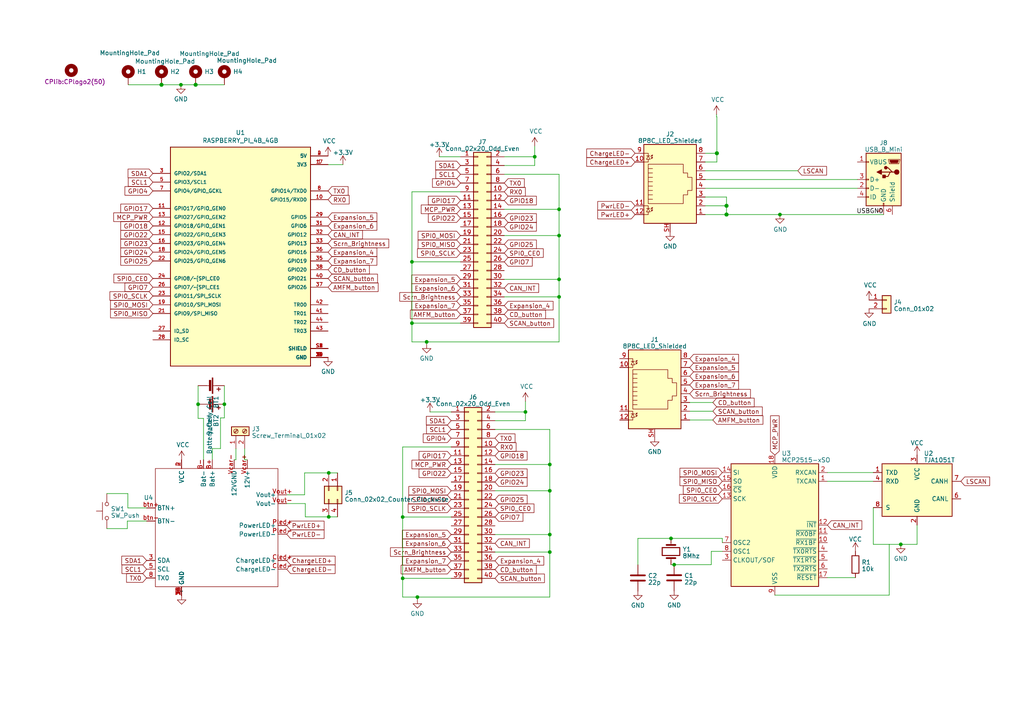
<source format=kicad_sch>
(kicad_sch (version 20230121) (generator eeschema)
  (paper "A4")
  (lib_symbols
    (symbol "Connector:8P8C_LED_Shielded" (pin_names (offset 1.016))
      (property "Reference" "J" (at -5.08 13.97 0))
      (property "Value" "8P8C_LED_Shielded" (at 1.27 13.97 0))
      (symbol "8P8C_LED_Shielded_1_1"
        (pin passive line (at 10.16 -7.62 180) (length 2.54) (name "~") (number "1"))
        (pin passive line (at -10.16 7.62 0) (length 2.54) (name "~") (number "10"))
        (pin passive line (at -10.16 -5.08 0) (length 2.54) (name "~") (number "11"))
        (pin passive line (at -10.16 -7.62 0) (length 2.54) (name "~") (number "12"))
        (pin passive line (at 10.16 -5.08 180) (length 2.54) (name "~") (number "2"))
        (pin passive line (at 10.16 -2.54 180) (length 2.54) (name "~") (number "3"))
        (pin passive line (at 10.16 0 180) (length 2.54) (name "~") (number "4"))
        (pin passive line (at 10.16 2.54 180) (length 2.54) (name "~") (number "5"))
        (pin passive line (at 10.16 5.08 180) (length 2.54) (name "~") (number "6"))
        (pin passive line (at 10.16 7.62 180) (length 2.54) (name "~") (number "7"))
        (pin passive line (at 10.16 10.16 180) (length 2.54) (name "~") (number "8"))
        (pin passive line (at -10.16 10.16 0) (length 2.54) (name "~") (number "9"))
        (pin passive line (at 0 -12.7 90) (length 2.54) (name "~") (number "SH"))
      )
    )
    (symbol "Connector:Screw_Terminal_01x02" (pin_names (offset 1.016) hide)
      (property "Reference" "J" (at 0 2.54 0))
      (property "Value" "Screw_Terminal_01x02" (at 0 -5.08 0))
      (symbol "Screw_Terminal_01x02_1_1"
        (pin passive line (at -5.08 0 0) (length 3.81) (name "Pin_1") (number "1"))
        (pin passive line (at -5.08 -2.54 0) (length 3.81) (name "Pin_2") (number "2"))
      )
    )
    (symbol "Connector:USB_B_Mini" (pin_names (offset 1.016))
      (property "Reference" "J" (at -5.08 11.43 0))
      (property "Value" "USB_B_Mini" (at -5.08 8.89 0))
      (symbol "USB_B_Mini_1_1"
        (pin power_out line (at 7.62 5.08 180) (length 2.54) (name "VBUS") (number "1"))
        (pin bidirectional line (at 7.62 -2.54 180) (length 2.54) (name "D-") (number "2"))
        (pin bidirectional line (at 7.62 0 180) (length 2.54) (name "D+") (number "3"))
        (pin passive line (at 7.62 -5.08 180) (length 2.54) (name "ID") (number "4"))
        (pin power_out line (at 0 -10.16 90) (length 2.54) (name "GND") (number "5"))
        (pin passive line (at -2.54 -10.16 90) (length 2.54) (name "Shield") (number "6"))
      )
    )
    (symbol "Connector_Generic:Conn_01x02" (pin_names (offset 1.016) hide)
      (property "Reference" "J" (at 0 2.54 0))
      (property "Value" "Conn_01x02" (at 0 -5.08 0))
      (symbol "Conn_01x02_1_1"
        (pin passive line (at -5.08 0 0) (length 3.81) (name "Pin_1") (number "1"))
        (pin passive line (at -5.08 -2.54 0) (length 3.81) (name "Pin_2") (number "2"))
      )
    )
    (symbol "Connector_Generic:Conn_02x02_Counter_Clockwise" (pin_names (offset 1.016) hide)
      (property "Reference" "J" (at 1.27 2.54 0))
      (property "Value" "Conn_02x02_Counter_Clockwise" (at 1.27 -5.08 0))
      (symbol "Conn_02x02_Counter_Clockwise_1_1"
        (pin passive line (at -5.08 0 0) (length 3.81) (name "Pin_1") (number "1"))
        (pin passive line (at -5.08 -2.54 0) (length 3.81) (name "Pin_2") (number "2"))
        (pin passive line (at 7.62 -2.54 180) (length 3.81) (name "Pin_3") (number "3"))
        (pin passive line (at 7.62 0 180) (length 3.81) (name "Pin_4") (number "4"))
      )
    )
    (symbol "Connector_Generic:Conn_02x20_Odd_Even" (pin_names (offset 1.016) hide)
      (property "Reference" "J" (at 1.27 25.4 0))
      (property "Value" "Conn_02x20_Odd_Even" (at 1.27 -27.94 0))
      (symbol "Conn_02x20_Odd_Even_1_1"
        (pin passive line (at -5.08 22.86 0) (length 3.81) (name "Pin_1") (number "1"))
        (pin passive line (at 7.62 12.7 180) (length 3.81) (name "Pin_10") (number "10"))
        (pin passive line (at -5.08 10.16 0) (length 3.81) (name "Pin_11") (number "11"))
        (pin passive line (at 7.62 10.16 180) (length 3.81) (name "Pin_12") (number "12"))
        (pin passive line (at -5.08 7.62 0) (length 3.81) (name "Pin_13") (number "13"))
        (pin passive line (at 7.62 7.62 180) (length 3.81) (name "Pin_14") (number "14"))
        (pin passive line (at -5.08 5.08 0) (length 3.81) (name "Pin_15") (number "15"))
        (pin passive line (at 7.62 5.08 180) (length 3.81) (name "Pin_16") (number "16"))
        (pin passive line (at -5.08 2.54 0) (length 3.81) (name "Pin_17") (number "17"))
        (pin passive line (at 7.62 2.54 180) (length 3.81) (name "Pin_18") (number "18"))
        (pin passive line (at -5.08 0 0) (length 3.81) (name "Pin_19") (number "19"))
        (pin passive line (at 7.62 22.86 180) (length 3.81) (name "Pin_2") (number "2"))
        (pin passive line (at 7.62 0 180) (length 3.81) (name "Pin_20") (number "20"))
        (pin passive line (at -5.08 -2.54 0) (length 3.81) (name "Pin_21") (number "21"))
        (pin passive line (at 7.62 -2.54 180) (length 3.81) (name "Pin_22") (number "22"))
        (pin passive line (at -5.08 -5.08 0) (length 3.81) (name "Pin_23") (number "23"))
        (pin passive line (at 7.62 -5.08 180) (length 3.81) (name "Pin_24") (number "24"))
        (pin passive line (at -5.08 -7.62 0) (length 3.81) (name "Pin_25") (number "25"))
        (pin passive line (at 7.62 -7.62 180) (length 3.81) (name "Pin_26") (number "26"))
        (pin passive line (at -5.08 -10.16 0) (length 3.81) (name "Pin_27") (number "27"))
        (pin passive line (at 7.62 -10.16 180) (length 3.81) (name "Pin_28") (number "28"))
        (pin passive line (at -5.08 -12.7 0) (length 3.81) (name "Pin_29") (number "29"))
        (pin passive line (at -5.08 20.32 0) (length 3.81) (name "Pin_3") (number "3"))
        (pin passive line (at 7.62 -12.7 180) (length 3.81) (name "Pin_30") (number "30"))
        (pin passive line (at -5.08 -15.24 0) (length 3.81) (name "Pin_31") (number "31"))
        (pin passive line (at 7.62 -15.24 180) (length 3.81) (name "Pin_32") (number "32"))
        (pin passive line (at -5.08 -17.78 0) (length 3.81) (name "Pin_33") (number "33"))
        (pin passive line (at 7.62 -17.78 180) (length 3.81) (name "Pin_34") (number "34"))
        (pin passive line (at -5.08 -20.32 0) (length 3.81) (name "Pin_35") (number "35"))
        (pin passive line (at 7.62 -20.32 180) (length 3.81) (name "Pin_36") (number "36"))
        (pin passive line (at -5.08 -22.86 0) (length 3.81) (name "Pin_37") (number "37"))
        (pin passive line (at 7.62 -22.86 180) (length 3.81) (name "Pin_38") (number "38"))
        (pin passive line (at -5.08 -25.4 0) (length 3.81) (name "Pin_39") (number "39"))
        (pin passive line (at 7.62 20.32 180) (length 3.81) (name "Pin_4") (number "4"))
        (pin passive line (at 7.62 -25.4 180) (length 3.81) (name "Pin_40") (number "40"))
        (pin passive line (at -5.08 17.78 0) (length 3.81) (name "Pin_5") (number "5"))
        (pin passive line (at 7.62 17.78 180) (length 3.81) (name "Pin_6") (number "6"))
        (pin passive line (at -5.08 15.24 0) (length 3.81) (name "Pin_7") (number "7"))
        (pin passive line (at 7.62 15.24 180) (length 3.81) (name "Pin_8") (number "8"))
        (pin passive line (at -5.08 12.7 0) (length 3.81) (name "Pin_9") (number "9"))
      )
    )
    (symbol "Device:Battery_Cell" (pin_numbers hide) (pin_names (offset 0) hide)
      (property "Reference" "BT" (at 2.54 2.54 0))
      (property "Value" "Battery_Cell" (at 2.54 0 0))
      (symbol "Battery_Cell_1_1"
        (pin passive line (at 0 5.08 270) (length 2.54) (name "+") (number "1"))
        (pin passive line (at 0 -2.54 90) (length 2.54) (name "-") (number "2"))
      )
    )
    (symbol "Device:C" (pin_numbers hide) (pin_names (offset 0.254))
      (property "Reference" "C" (at 0.635 2.54 0))
      (property "Value" "C" (at 0.635 -2.54 0))
      (symbol "C_1_1"
        (pin passive line (at 0 3.81 270) (length 2.794) (name "~") (number "1"))
        (pin passive line (at 0 -3.81 90) (length 2.794) (name "~") (number "2"))
      )
    )
    (symbol "Device:Crystal" (pin_numbers hide) (pin_names (offset 1.016) hide)
      (property "Reference" "Y" (at 0 3.81 0))
      (property "Value" "Crystal" (at 0 -3.81 0))
      (symbol "Crystal_1_1"
        (pin passive line (at -3.81 0 0) (length 1.27) (name "1") (number "1"))
        (pin passive line (at 3.81 0 180) (length 1.27) (name "2") (number "2"))
      )
    )
    (symbol "Device:R" (pin_numbers hide) (pin_names (offset 0))
      (property "Reference" "R" (at 2.032 0 90))
      (property "Value" "R" (at 0 0 90))
      (symbol "R_1_1"
        (pin passive line (at 0 3.81 270) (length 1.27) (name "~") (number "1"))
        (pin passive line (at 0 -3.81 90) (length 1.27) (name "~") (number "2"))
      )
    )
    (symbol "GND_1" (power) (pin_names (offset 0))
      (property "Value" "GND_1" (at 0 -3.81 0))
      (symbol "GND_1_1_1"
        (pin power_in line (at 0 0 270) (length 0) hide (name "GND") (number "1"))
      )
    )
    (symbol "GND_2" (power) (pin_names (offset 0))
      (property "Value" "GND_2" (at 0 -3.81 0))
      (symbol "GND_2_1_1"
        (pin power_in line (at 0 0 270) (length 0) hide (name "GND") (number "1"))
      )
    )
    (symbol "GND_3" (power) (pin_names (offset 0))
      (property "Value" "GND_3" (at 0 -3.81 0))
      (symbol "GND_3_1_1"
        (pin power_in line (at 0 0 270) (length 0) hide (name "GND") (number "1"))
      )
    )
    (symbol "GND_4" (power) (pin_names (offset 0))
      (property "Value" "GND_4" (at 0 -3.81 0))
      (symbol "GND_4_1_1"
        (pin power_in line (at 0 0 270) (length 0) hide (name "GND") (number "1"))
      )
    )
    (symbol "GND_5" (power) (pin_names (offset 0))
      (property "Value" "GND_5" (at 0 -3.81 0))
      (symbol "GND_5_1_1"
        (pin power_in line (at 0 0 270) (length 0) hide (name "GND") (number "1"))
      )
    )
    (symbol "Interface_CAN_LIN:MCP2515-xSO"
      (property "Reference" "U" (at -10.16 19.685 0))
      (property "Value" "MCP2515-xSO" (at 19.05 20.32 0))
      (symbol "MCP2515-xSO_1_1"
        (pin output line (at 15.24 12.7 180) (length 2.54) (name "TXCAN") (number "1"))
        (pin output line (at 15.24 -5.08 180) (length 2.54) (name "~{RX1BF}") (number "10"))
        (pin output line (at 15.24 -2.54 180) (length 2.54) (name "~{RX0BF}") (number "11"))
        (pin output line (at 15.24 0 180) (length 2.54) (name "~{INT}") (number "12"))
        (pin input line (at -15.24 7.62 0) (length 2.54) (name "SCK") (number "13"))
        (pin input line (at -15.24 15.24 0) (length 2.54) (name "SI") (number "14"))
        (pin output line (at -15.24 12.7 0) (length 2.54) (name "SO") (number "15"))
        (pin input line (at -15.24 10.16 0) (length 2.54) (name "~{CS}") (number "16"))
        (pin input line (at 15.24 -15.24 180) (length 2.54) (name "~{RESET}") (number "17"))
        (pin power_in line (at 0 20.32 270) (length 2.54) (name "VDD") (number "18"))
        (pin input line (at 15.24 15.24 180) (length 2.54) (name "RXCAN") (number "2"))
        (pin output line (at -15.24 -10.16 0) (length 2.54) (name "CLKOUT/SOF") (number "3"))
        (pin input line (at 15.24 -7.62 180) (length 2.54) (name "~{TX0RTS}") (number "4"))
        (pin input line (at 15.24 -10.16 180) (length 2.54) (name "~{TX1RTS}") (number "5"))
        (pin input line (at 15.24 -12.7 180) (length 2.54) (name "~{TX2RTS}") (number "6"))
        (pin output line (at -15.24 -5.08 0) (length 2.54) (name "OSC2") (number "7"))
        (pin input line (at -15.24 -7.62 0) (length 2.54) (name "OSC1") (number "8"))
        (pin power_in line (at 0 -20.32 90) (length 2.54) (name "VSS") (number "9"))
      )
    )
    (symbol "Interface_CAN_LIN:TJA1051T" (pin_names (offset 1.016))
      (property "Reference" "U" (at -10.16 8.89 0))
      (property "Value" "TJA1051T" (at 1.27 8.89 0))
      (symbol "TJA1051T_1_1"
        (pin input line (at -12.7 5.08 0) (length 2.54) (name "TXD") (number "1"))
        (pin power_in line (at 0 -10.16 90) (length 2.54) (name "GND") (number "2"))
        (pin power_in line (at 0 10.16 270) (length 2.54) (name "VCC") (number "3"))
        (pin output line (at -12.7 2.54 0) (length 2.54) (name "RXD") (number "4"))
        (pin no_connect line (at -10.16 -2.54 0) (length 2.54) hide (name "NC") (number "5"))
        (pin bidirectional line (at 12.7 -2.54 180) (length 2.54) (name "CANL") (number "6"))
        (pin bidirectional line (at 12.7 2.54 180) (length 2.54) (name "CANH") (number "7"))
        (pin input line (at -12.7 -5.08 0) (length 2.54) (name "S") (number "8"))
      )
    )
    (symbol "Mechanical:MountingHole" (pin_names (offset 1.016))
      (property "Reference" "H" (at 0 5.08 0))
      (property "Value" "MountingHole" (at 0 3.175 0))
    )
    (symbol "Mechanical:MountingHole_Pad" (pin_numbers hide) (pin_names (offset 1.016) hide)
      (property "Reference" "H" (at 0 6.35 0))
      (property "Value" "MountingHole_Pad" (at 0 4.445 0))
      (symbol "MountingHole_Pad_1_1"
        (pin input line (at 0 -2.54 90) (length 2.54) (name "1") (number "1"))
      )
    )
    (symbol "RASPBERRY_PI_4B_4GB:RASPBERRY_PI_4B_4GB" (pin_names (offset 1.016))
      (property "Reference" "U" (at -20.32 33.528 0))
      (property "Value" "RASPBERRY_PI_4B_4GB" (at -20.32 -33.02 0))
      (symbol "RASPBERRY_PI_4B_4GB_0_0"
        (pin power_in line (at 25.4 27.94 180) (length 5.08) (name "3V3") (number "1"))
        (pin bidirectional line (at 25.4 17.78 180) (length 5.08) (name "GPIO15/RXD0") (number "10"))
        (pin bidirectional line (at -25.4 15.24 0) (length 5.08) (name "GPIO17/GPIO_GEN0") (number "11"))
        (pin bidirectional line (at -25.4 10.16 0) (length 5.08) (name "GPIO18/GPIO_GEN1") (number "12"))
        (pin bidirectional line (at -25.4 12.7 0) (length 5.08) (name "GPIO27/GPIO_GEN2") (number "13"))
        (pin power_in line (at 25.4 -27.94 180) (length 5.08) (name "GND") (number "14"))
        (pin bidirectional line (at -25.4 7.62 0) (length 5.08) (name "GPIO22/GPIO_GEN3") (number "15"))
        (pin bidirectional line (at -25.4 5.08 0) (length 5.08) (name "GPIO23/GPIO_GEN4") (number "16"))
        (pin power_in line (at 25.4 27.94 180) (length 5.08) (name "3V3") (number "17"))
        (pin bidirectional line (at -25.4 2.54 0) (length 5.08) (name "GPIO24/GPIO_GEN5") (number "18"))
        (pin bidirectional line (at -25.4 -12.7 0) (length 5.08) (name "GPIO10/SPI_MOSI") (number "19"))
        (pin power_in line (at 25.4 30.48 180) (length 5.08) (name "5V") (number "2"))
        (pin power_in line (at 25.4 -27.94 180) (length 5.08) (name "GND") (number "20"))
        (pin bidirectional line (at -25.4 -15.24 0) (length 5.08) (name "GPIO9/SPI_MISO") (number "21"))
        (pin bidirectional line (at -25.4 0 0) (length 5.08) (name "GPIO25/GPIO_GEN6") (number "22"))
        (pin bidirectional line (at -25.4 -10.16 0) (length 5.08) (name "GPIO11/SPI_SCLK") (number "23"))
        (pin bidirectional line (at -25.4 -5.08 0) (length 5.08) (name "GPIO8/~{SPI_CE0~{}") (number "24"))
        (pin power_in line (at 25.4 -27.94 180) (length 5.08) (name "GND") (number "25"))
        (pin bidirectional line (at -25.4 -7.62 0) (length 5.08) (name "GPIO7/~{SPI_CE1~{}") (number "26"))
        (pin bidirectional line (at -25.4 -20.32 0) (length 5.08) (name "ID_SD") (number "27"))
        (pin bidirectional line (at -25.4 -22.86 0) (length 5.08) (name "ID_SC") (number "28"))
        (pin bidirectional line (at 25.4 12.7 180) (length 5.08) (name "GPIO5") (number "29"))
        (pin bidirectional line (at -25.4 25.4 0) (length 5.08) (name "GPIO2/SDA1") (number "3"))
        (pin power_in line (at 25.4 -27.94 180) (length 5.08) (name "GND") (number "30"))
        (pin bidirectional line (at 25.4 10.16 180) (length 5.08) (name "GPIO6") (number "31"))
        (pin bidirectional line (at 25.4 7.62 180) (length 5.08) (name "GPIO12") (number "32"))
        (pin bidirectional line (at 25.4 5.08 180) (length 5.08) (name "GPIO13") (number "33"))
        (pin power_in line (at 25.4 -27.94 180) (length 5.08) (name "GND") (number "34"))
        (pin bidirectional line (at 25.4 0 180) (length 5.08) (name "GPIO19") (number "35"))
        (pin bidirectional line (at 25.4 2.54 180) (length 5.08) (name "GPIO16") (number "36"))
        (pin bidirectional line (at 25.4 -7.62 180) (length 5.08) (name "GPIO26") (number "37"))
        (pin bidirectional line (at 25.4 -2.54 180) (length 5.08) (name "GPIO20") (number "38"))
        (pin power_in line (at 25.4 -27.94 180) (length 5.08) (name "GND") (number "39"))
        (pin power_in line (at 25.4 30.48 180) (length 5.08) (name "5V") (number "4"))
        (pin bidirectional line (at 25.4 -5.08 180) (length 5.08) (name "GPIO21") (number "40"))
        (pin bidirectional line (at 25.4 -15.24 180) (length 5.08) (name "TR01") (number "41"))
        (pin bidirectional line (at 25.4 -12.7 180) (length 5.08) (name "TR00") (number "42"))
        (pin bidirectional line (at 25.4 -20.32 180) (length 5.08) (name "TR03") (number "43"))
        (pin bidirectional line (at 25.4 -17.78 180) (length 5.08) (name "TR02") (number "44"))
        (pin bidirectional line (at -25.4 22.86 0) (length 5.08) (name "GPIO3/SCL1") (number "5"))
        (pin power_in line (at 25.4 -27.94 180) (length 5.08) (name "GND") (number "6"))
        (pin bidirectional line (at -25.4 20.32 0) (length 5.08) (name "GPIO4/GPIO_GCKL") (number "7"))
        (pin bidirectional line (at 25.4 20.32 180) (length 5.08) (name "GPIO14/TXD0") (number "8"))
        (pin power_in line (at 25.4 -27.94 180) (length 5.08) (name "GND") (number "9"))
        (pin power_in line (at 25.4 -25.4 180) (length 5.08) (name "SHIELD") (number "S1"))
        (pin power_in line (at 25.4 -25.4 180) (length 5.08) (name "SHIELD") (number "S2"))
        (pin power_in line (at 25.4 -25.4 180) (length 5.08) (name "SHIELD") (number "S3"))
        (pin power_in line (at 25.4 -25.4 180) (length 5.08) (name "SHIELD") (number "S4"))
      )
    )
    (symbol "Switch:SW_Push" (pin_numbers hide) (pin_names (offset 1.016) hide)
      (property "Reference" "SW" (at 1.27 2.54 0))
      (property "Value" "SW_Push" (at 0 -1.524 0))
      (symbol "SW_Push_0_1"
        (pin passive line (at -5.08 0 0) (length 2.54) (name "1") (number "1"))
        (pin passive line (at 5.08 0 180) (length 2.54) (name "2") (number "2"))
      )
    )
    (symbol "VCC_1" (power) (pin_names (offset 0))
      (property "Value" "VCC_1" (at 0 3.81 0))
      (symbol "VCC_1_1_1"
        (pin power_in line (at 0 0 90) (length 0) hide (name "VCC") (number "1"))
      )
    )
    (symbol "cpLib:LifePo4"
      (property "Reference" "U4" (at -7.0565 27.0987 0))
      (property "Value" "~" (at 2.54 0 0))
      (symbol "LifePo4_1_1"
        (pin power_in line (at 2.54 -1.27 90) (length 2.54) (name "GND") (number "14"))
        (pin power_in line (at 2.54 38.1 270) (length 2.54) (name "VCC") (number "2"))
        (pin power_in line (at 2.54 -1.27 90) (length 2.54) (name "GND") (number "20"))
        (pin power_in line (at 2.54 -1.27 90) (length 2.54) (name "GND") (number "25"))
        (pin input line (at -7.62 8.89 0) (length 2.54) (name "SDA") (number "3"))
        (pin power_in line (at 2.54 -1.27 90) (length 2.54) (name "GND") (number "30"))
        (pin power_in line (at 2.54 -1.27 90) (length 2.54) (name "GND") (number "34"))
        (pin power_in line (at 2.54 -1.27 90) (length 2.54) (name "GND") (number "39"))
        (pin power_in line (at 2.54 38.1 270) (length 2.54) (name "VCC") (number "4"))
        (pin input line (at -7.62 6.35 0) (length 2.54) (name "SCL") (number "5"))
        (pin power_in line (at 2.54 -1.27 90) (length 2.54) (name "GND") (number "6"))
        (pin input line (at -7.62 3.81 0) (length 2.54) (name "TX0") (number "8"))
        (pin power_in line (at 2.54 -1.27 90) (length 2.54) (name "GND") (number "9"))
        (pin power_in line (at 11.43 38.1 270) (length 2.54) (name "Bat+") (number "B+"))
        (pin power_in line (at 8.89 38.1 270) (length 2.54) (name "Bat-") (number "B-"))
        (pin output line (at 33.02 8.89 180) (length 2.54) (name "ChargeLED+") (number "Cled+"))
        (pin output line (at 33.02 6.35 180) (length 2.54) (name "ChargeLED-") (number "Cled-"))
        (pin output line (at 33.02 19.05 180) (length 2.54) (name "PowerLED+") (number "Pled+"))
        (pin output line (at 33.02 16.51 180) (length 2.54) (name "PowerLED-") (number "Pled-"))
        (pin power_in line (at 21.59 38.1 270) (length 2.54) (name "12V+") (number "Vcar+"))
        (pin power_in line (at 17.78 38.1 270) (length 2.54) (name "12VGND") (number "Vcar-"))
        (pin power_out line (at 33.02 27.94 180) (length 2.54) (name "Vout+") (number "Vout+"))
        (pin power_out line (at 33.02 25.4 180) (length 2.54) (name "Vout-") (number "Vout-"))
        (pin input line (at -7.62 24.13 0) (length 2.54) (name "BTN+") (number "btn+"))
        (pin input line (at -7.62 20.32 0) (length 2.54) (name "BTN-") (number "btn-"))
      )
    )
    (symbol "power:+3.3V" (power) (pin_names (offset 0))
      (property "Value" "+3.3V" (at 0 3.556 0))
      (symbol "+3.3V_1_1"
        (pin power_in line (at 0 0 90) (length 0) hide (name "+3.3V") (number "1"))
      )
    )
    (symbol "power:GND" (power) (pin_names (offset 0))
      (property "Value" "GND" (at 0 -3.81 0))
      (symbol "GND_1_1"
        (pin power_in line (at 0 0 270) (length 0) hide (name "GND") (number "1"))
      )
    )
    (symbol "power:VCC" (power) (pin_names (offset 0))
      (property "Value" "VCC" (at 0 3.81 0))
      (symbol "VCC_1_1"
        (pin power_in line (at 0 0 90) (length 0) hide (name "VCC") (number "1"))
      )
    )
  )
  (junction (at 261.2644 157.8864))
  (junction (at 210.7184 62.23) (diameter 1.016))
  (junction (at 52.4764 24.5872))
  (junction (at 65.0748 117.2464))
  (junction (at 162.1536 86.106))
  (junction (at 159.4612 160.1216))
  (junction (at 210.7184 59.69) (diameter 1.016))
  (junction (at 162.1536 68.326))
  (junction (at 121.0564 173.1772))
  (junction (at 46.8376 24.5872) (diameter 1.016))
  (junction (at 95.3516 137.16))
  (junction (at 162.1536 60.706))
  (junction (at 56.7436 24.5872) (diameter 1.016))
  (junction (at 207.9244 44.45) (diameter 1.016))
  (junction (at 116.7892 149.9616))
  (junction (at 194.6148 156.1592))
  (junction (at 123.7488 99.1616))
  (junction (at 119.4816 93.726))
  (junction (at 159.4612 134.7216))
  (junction (at 159.4612 155.0416))
  (junction (at 116.7892 167.7416))
  (junction (at 226.2124 62.23))
  (junction (at 152.4 119.4816))
  (junction (at 95.3516 149.9108))
  (junction (at 155.0924 45.466))
  (junction (at 119.4816 75.946))
  (junction (at 159.4612 142.3416))
  (junction (at 162.1536 81.026))
  (junction (at 195.5292 163.7792))
  (junction (at 57.4548 117.2464))
  (wire (pts (xy 152.4 122.0216) (xy 152.4 119.4816)))
  (wire (pts (xy 116.7892 167.7416) (xy 116.7892 173.1772)))
  (wire (pts (xy 143.5608 142.3416) (xy 159.4612 142.3416)))
  (wire (pts (xy 146.2532 48.006) (xy 155.0924 48.006)))
  (wire (pts (xy 88.3412 137.16) (xy 95.3516 137.16)))
  (wire (pts (xy 204.5208 52.07) (xy 248.666 52.07)))
  (wire (pts (xy 133.5532 45.466) (xy 127.4064 45.466)))
  (wire (pts (xy 133.5532 55.626) (xy 119.4816 55.626)))
  (wire (pts (xy 146.2532 60.706) (xy 162.1536 60.706)))
  (wire (pts (xy 265.9888 157.8864) (xy 261.2644 157.8864)))
  (wire (pts (xy 162.1536 50.546) (xy 162.1536 60.706)))
  (wire (pts (xy 194.6148 156.1592) (xy 209.4992 156.1592)))
  (wire (pts (xy 70.9676 130.1496) (xy 70.9676 133.35)))
  (wire (pts (xy 239.9792 137.0584) (xy 253.2888 137.0584)))
  (wire (pts (xy 143.5608 134.7216) (xy 159.4612 134.7216)))
  (wire (pts (xy 121.0564 173.1772) (xy 121.0564 173.8376)))
  (wire (pts (xy 116.7892 149.9616) (xy 116.7892 167.7416)))
  (wire (pts (xy 119.4816 93.726) (xy 119.4816 99.1616)))
  (wire (pts (xy 46.8376 24.5872) (xy 52.4764 24.5872)))
  (wire (pts (xy 146.2532 81.026) (xy 162.1536 81.026)))
  (wire (pts (xy 37.084 147.32) (xy 42.5196 147.32)))
  (wire (pts (xy 61.5696 130.0988) (xy 63.9572 130.0988)))
  (wire (pts (xy 67.9196 133.35) (xy 68.4276 133.35)))
  (wire (pts (xy 95.3516 149.9108) (xy 88.5444 149.9108)))
  (wire (pts (xy 143.5608 124.5616) (xy 159.4612 124.5616)))
  (wire (pts (xy 204.5208 54.61) (xy 248.666 54.61)))
  (wire (pts (xy 185.0136 163.83) (xy 185.0136 156.1592)))
  (wire (pts (xy 36.9316 153.3144) (xy 36.9316 151.13)))
  (wire (pts (xy 159.4612 160.1216) (xy 159.4612 173.1772)))
  (wire (pts (xy 30.988 153.3144) (xy 36.9316 153.3144)))
  (wire (pts (xy 159.4612 124.5616) (xy 159.4612 134.7216)))
  (wire (pts (xy 70.9676 133.35) (xy 71.7296 133.35)))
  (wire (pts (xy 265.9888 152.2984) (xy 265.9888 157.8864)))
  (wire (pts (xy 239.9792 139.5984) (xy 253.2888 139.5984)))
  (wire (pts (xy 61.5696 133.35) (xy 61.5696 130.0988)))
  (wire (pts (xy 130.8608 167.7416) (xy 116.7892 167.7416)))
  (wire (pts (xy 88.5444 149.9108) (xy 88.5444 146.05)))
  (wire (pts (xy 204.5208 49.53) (xy 231.394 49.53)))
  (wire (pts (xy 207.9244 46.99) (xy 207.9244 44.45)))
  (wire (pts (xy 130.8608 119.4816) (xy 124.714 119.4816)))
  (wire (pts (xy 116.7892 129.6416) (xy 116.7892 149.9616)))
  (wire (pts (xy 57.4548 121.3612) (xy 57.4548 117.2464)))
  (wire (pts (xy 162.1536 60.706) (xy 162.1536 68.326)))
  (wire (pts (xy 99.4664 47.752) (xy 95.1484 47.752)))
  (wire (pts (xy 65.0748 111.8616) (xy 65.0748 117.2464)))
  (wire (pts (xy 88.5444 146.05) (xy 83.1596 146.05)))
  (wire (pts (xy 63.9572 121.2088) (xy 65.0748 121.2088)))
  (wire (pts (xy 130.8608 149.9616) (xy 116.7892 149.9616)))
  (wire (pts (xy 56.7436 24.5872) (xy 65.0748 24.5872)))
  (wire (pts (xy 224.7392 172.6184) (xy 257.9116 172.6184)))
  (wire (pts (xy 83.1596 143.51) (xy 88.3412 143.51)))
  (wire (pts (xy 226.2124 62.23) (xy 256.286 62.23)))
  (wire (pts (xy 239.9792 167.5384) (xy 248.1072 167.5384)))
  (wire (pts (xy 185.0136 156.1592) (xy 194.6148 156.1592)))
  (wire (pts (xy 133.5532 75.946) (xy 119.4816 75.946)))
  (wire (pts (xy 95.3516 137.16) (xy 97.8916 137.16)))
  (wire (pts (xy 146.2532 86.106) (xy 162.1536 86.106)))
  (wire (pts (xy 65.0748 121.2088) (xy 65.0748 117.2464)))
  (wire (pts (xy 206.2988 163.7792) (xy 206.2988 159.9184)))
  (wire (pts (xy 162.1536 86.106) (xy 162.1536 99.1616)))
  (wire (pts (xy 30.988 143.1544) (xy 37.084 143.1544)))
  (wire (pts (xy 88.3412 143.51) (xy 88.3412 137.16)))
  (wire (pts (xy 204.5208 62.23) (xy 210.7184 62.23)))
  (wire (pts (xy 152.4 119.4816) (xy 152.4 116.4336)))
  (wire (pts (xy 97.8916 137.16) (xy 97.8916 137.2108)))
  (wire (pts (xy 207.9244 33.8836) (xy 207.9244 44.45)))
  (wire (pts (xy 162.1536 99.1616) (xy 123.7488 99.1616)))
  (wire (pts (xy 210.7184 62.23) (xy 226.2124 62.23)))
  (wire (pts (xy 143.5608 122.0216) (xy 152.4 122.0216)))
  (wire (pts (xy 123.7488 99.1616) (xy 123.7488 99.822)))
  (wire (pts (xy 210.7184 57.15) (xy 210.7184 59.69)))
  (wire (pts (xy 200.0504 116.7384) (xy 206.756 116.7384)))
  (wire (pts (xy 204.5208 44.45) (xy 207.9244 44.45)))
  (wire (pts (xy 257.9116 157.8356) (xy 257.9116 172.6184)))
  (wire (pts (xy 63.9572 130.0988) (xy 63.9572 121.2088)))
  (wire (pts (xy 204.5208 46.99) (xy 207.9244 46.99)))
  (wire (pts (xy 204.5208 59.69) (xy 210.7184 59.69)))
  (wire (pts (xy 159.4612 134.7216) (xy 159.4612 142.3416)))
  (wire (pts (xy 253.2888 157.8864) (xy 253.2888 147.2184)))
  (wire (pts (xy 200.0504 121.8184) (xy 206.756 121.8184)))
  (wire (pts (xy 119.4816 99.1616) (xy 123.7488 99.1616)))
  (wire (pts (xy 37.084 143.1544) (xy 37.084 147.32)))
  (wire (pts (xy 155.0924 48.006) (xy 155.0924 45.466)))
  (wire (pts (xy 130.8608 129.6416) (xy 116.7892 129.6416)))
  (wire (pts (xy 209.4992 156.1592) (xy 209.4992 157.3784)))
  (wire (pts (xy 143.5608 160.1216) (xy 159.4612 160.1216)))
  (wire (pts (xy 200.0504 119.2784) (xy 206.756 119.2784)))
  (wire (pts (xy 95.3516 137.16) (xy 95.3516 137.2108)))
  (wire (pts (xy 143.5608 155.0416) (xy 159.4612 155.0416)))
  (wire (pts (xy 116.7892 173.1772) (xy 121.0564 173.1772)))
  (wire (pts (xy 162.1536 81.026) (xy 162.1536 86.106)))
  (wire (pts (xy 195.5292 163.7792) (xy 206.2988 163.7792)))
  (wire (pts (xy 261.2644 157.8864) (xy 253.2888 157.8864)))
  (wire (pts (xy 159.4612 155.0416) (xy 159.4612 160.1216)))
  (wire (pts (xy 95.3516 149.9108) (xy 97.8916 149.9108)))
  (wire (pts (xy 119.4816 75.946) (xy 119.4816 93.726)))
  (wire (pts (xy 146.2532 45.466) (xy 155.0924 45.466)))
  (wire (pts (xy 36.9316 151.13) (xy 42.5196 151.13)))
  (wire (pts (xy 37.1856 24.5872) (xy 46.8376 24.5872)))
  (wire (pts (xy 146.2532 68.326) (xy 162.1536 68.326)))
  (wire (pts (xy 59.0296 121.3612) (xy 57.4548 121.3612)))
  (wire (pts (xy 210.7184 59.69) (xy 210.7184 62.23)))
  (wire (pts (xy 52.4764 24.5872) (xy 56.7436 24.5872)))
  (wire (pts (xy 143.5608 119.4816) (xy 152.4 119.4816)))
  (wire (pts (xy 155.0924 45.466) (xy 155.0924 42.418)))
  (wire (pts (xy 159.4612 142.3416) (xy 159.4612 155.0416)))
  (wire (pts (xy 207.9244 33.8836) (xy 207.8228 33.8836)))
  (wire (pts (xy 207.8228 33.8836) (xy 207.8228 33.2232)))
  (wire (pts (xy 159.4612 173.1772) (xy 121.0564 173.1772)))
  (wire (pts (xy 119.4816 55.626) (xy 119.4816 75.946)))
  (wire (pts (xy 68.4276 133.35) (xy 68.4276 130.1496)))
  (wire (pts (xy 146.2532 50.546) (xy 162.1536 50.546)))
  (wire (pts (xy 204.5208 57.15) (xy 210.7184 57.15)))
  (wire (pts (xy 133.5532 93.726) (xy 119.4816 93.726)))
  (wire (pts (xy 162.1536 68.326) (xy 162.1536 81.026)))
  (wire (pts (xy 57.4548 111.8616) (xy 57.4548 117.2464)))
  (wire (pts (xy 59.0296 121.3612) (xy 59.0296 133.35)))
  (wire (pts (xy 206.2988 159.9184) (xy 209.4992 159.9184)))
  (wire (pts (xy 194.6148 163.7792) (xy 195.5292 163.7792)))
  (label "USBGND" (at 256.286 62.23 180))
  (global_label "GPIO18" (shape input) (at 146.2532 58.166 0) (property "Intersheetrefs" "${INTERSHEET_REFS}" (effects hide)))
  (global_label "RX0" (shape input) (at 143.5608 129.6416 0) (property "Intersheetrefs" "${INTERSHEET_REFS}" (effects hide)))
  (global_label "AMFM_button" (shape input) (at 206.756 121.8184 0) (property "Intersheetrefs" "${INTERSHEET_REFS}" (effects hide)))
  (global_label "Expansion_4" (shape input) (at 200.0504 104.0384 0) (property "Intersheetrefs" "${INTERSHEET_REFS}" (effects hide)))
  (global_label "CAN_INT" (shape input) (at 95.1484 68.072 0) (property "Intersheetrefs" "${INTERSHEET_REFS}" (effects hide)))
  (global_label "Expansion_5" (shape input) (at 130.8608 155.0416 180) (property "Intersheetrefs" "${INTERSHEET_REFS}" (effects hide)))
  (global_label "MCP_PWR" (shape input) (at 133.5532 60.706 180) (property "Intersheetrefs" "${INTERSHEET_REFS}" (effects hide)))
  (global_label "Expansion_6" (shape input) (at 95.1484 65.532 0) (property "Intersheetrefs" "${INTERSHEET_REFS}" (effects hide)))
  (global_label "SCAN_button" (shape input) (at 146.2532 93.726 0) (property "Intersheetrefs" "${INTERSHEET_REFS}" (effects hide)))
  (global_label "SPI0_SCLK" (shape input) (at 133.5532 73.406 180) (property "Intersheetrefs" "${INTERSHEET_REFS}" (effects hide)))
  (global_label "GPIO23" (shape input) (at 143.5608 137.2616 0) (property "Intersheetrefs" "${INTERSHEET_REFS}" (effects hide)))
  (global_label "SPI0_MISO" (shape input) (at 130.8608 144.8816 180) (property "Intersheetrefs" "${INTERSHEET_REFS}" (effects hide)))
  (global_label "SDA1" (shape input) (at 42.5196 162.56 180) (property "Intersheetrefs" "${INTERSHEET_REFS}" (effects hide)))
  (global_label "GPIO7" (shape input) (at 44.3484 83.312 180) (property "Intersheetrefs" "${INTERSHEET_REFS}" (effects hide)))
  (global_label "SDA1" (shape input) (at 130.8608 122.0216 180) (property "Intersheetrefs" "${INTERSHEET_REFS}" (effects hide)))
  (global_label "SPI0_MISO" (shape input) (at 44.3484 90.932 180) (property "Intersheetrefs" "${INTERSHEET_REFS}" (effects hide)))
  (global_label "GPIO24" (shape input) (at 146.2532 65.786 0) (property "Intersheetrefs" "${INTERSHEET_REFS}" (effects hide)))
  (global_label "Expansion_5" (shape input) (at 200.0504 106.5784 0) (property "Intersheetrefs" "${INTERSHEET_REFS}" (effects hide)))
  (global_label "GPIO25" (shape input) (at 143.5608 144.8816 0) (property "Intersheetrefs" "${INTERSHEET_REFS}" (effects hide)))
  (global_label "CAN_INT" (shape input) (at 239.9792 152.2984 0) (property "Intersheetrefs" "${INTERSHEET_REFS}" (effects hide)))
  (global_label "TX0" (shape input) (at 95.1484 55.372 0) (property "Intersheetrefs" "${INTERSHEET_REFS}" (effects hide)))
  (global_label "SCAN_button" (shape input) (at 143.5608 167.7416 0) (property "Intersheetrefs" "${INTERSHEET_REFS}" (effects hide)))
  (global_label "GPIO25" (shape input) (at 44.3484 75.692 180) (property "Intersheetrefs" "${INTERSHEET_REFS}" (effects hide)))
  (global_label "GPIO22" (shape input) (at 133.5532 63.246 180) (property "Intersheetrefs" "${INTERSHEET_REFS}" (effects hide)))
  (global_label "MCP_PWR" (shape input) (at 224.7392 131.9784 90) (property "Intersheetrefs" "${INTERSHEET_REFS}" (effects hide)))
  (global_label "TX0" (shape input) (at 143.5608 127.1016 0) (property "Intersheetrefs" "${INTERSHEET_REFS}" (effects hide)))
  (global_label "SPI0_MOSI" (shape input) (at 209.4992 137.0584 180) (property "Intersheetrefs" "${INTERSHEET_REFS}" (effects hide)))
  (global_label "GPIO4" (shape input) (at 130.8608 127.1016 180) (property "Intersheetrefs" "${INTERSHEET_REFS}" (effects hide)))
  (global_label "Scrn_Brightness" (shape input) (at 133.5532 86.106 180) (property "Intersheetrefs" "${INTERSHEET_REFS}" (effects hide)))
  (global_label "RX0" (shape input) (at 146.2532 55.626 0) (property "Intersheetrefs" "${INTERSHEET_REFS}" (effects hide)))
  (global_label "SPI0_MOSI" (shape input) (at 133.5532 68.326 180) (property "Intersheetrefs" "${INTERSHEET_REFS}" (effects hide)))
  (global_label "AMFM_button" (shape input) (at 95.1484 83.312 0) (property "Intersheetrefs" "${INTERSHEET_REFS}" (effects hide)))
  (global_label "GPIO17" (shape input) (at 133.5532 58.166 180) (property "Intersheetrefs" "${INTERSHEET_REFS}" (effects hide)))
  (global_label "GPIO4" (shape input) (at 133.5532 53.086 180) (property "Intersheetrefs" "${INTERSHEET_REFS}" (effects hide)))
  (global_label "ChargeLED-" (shape input) (at 184.2008 44.45 180) (property "Intersheetrefs" "${INTERSHEET_REFS}" (effects hide)))
  (global_label "Expansion_4" (shape input) (at 95.1484 73.152 0) (property "Intersheetrefs" "${INTERSHEET_REFS}" (effects hide)))
  (global_label "GPIO22" (shape input) (at 130.8608 137.2616 180) (property "Intersheetrefs" "${INTERSHEET_REFS}" (effects hide)))
  (global_label "PwrLED-" (shape input) (at 184.2008 59.69 180) (property "Intersheetrefs" "${INTERSHEET_REFS}" (effects hide)))
  (global_label "Expansion_4" (shape input) (at 146.2532 88.646 0) (property "Intersheetrefs" "${INTERSHEET_REFS}" (effects hide)))
  (global_label "AMFM_button" (shape input) (at 133.5532 91.186 180) (property "Intersheetrefs" "${INTERSHEET_REFS}" (effects hide)))
  (global_label "CD_button" (shape input) (at 206.756 116.7384 0) (property "Intersheetrefs" "${INTERSHEET_REFS}" (effects hide)))
  (global_label "LSCAN" (shape input) (at 278.6888 139.5984 0) (property "Intersheetrefs" "${INTERSHEET_REFS}" (effects hide)))
  (global_label "GPIO24" (shape input) (at 44.3484 73.152 180) (property "Intersheetrefs" "${INTERSHEET_REFS}" (effects hide)))
  (global_label "Scrn_Brightness" (shape input) (at 95.1484 70.612 0) (property "Intersheetrefs" "${INTERSHEET_REFS}" (effects hide)))
  (global_label "PwrLED+" (shape input) (at 83.1596 152.4 0) (property "Intersheetrefs" "${INTERSHEET_REFS}" (effects hide)))
  (global_label "MCP_PWR" (shape input) (at 44.3484 62.992 180) (property "Intersheetrefs" "${INTERSHEET_REFS}" (effects hide)))
  (global_label "Expansion_7" (shape input) (at 95.1484 75.692 0) (property "Intersheetrefs" "${INTERSHEET_REFS}" (effects hide)))
  (global_label "ChargeLED+" (shape input) (at 83.1596 162.56 0) (property "Intersheetrefs" "${INTERSHEET_REFS}" (effects hide)))
  (global_label "GPIO18" (shape input) (at 44.3484 65.532 180) (property "Intersheetrefs" "${INTERSHEET_REFS}" (effects hide)))
  (global_label "SPI0_CE0" (shape input) (at 209.4992 142.1384 180) (property "Intersheetrefs" "${INTERSHEET_REFS}" (effects hide)))
  (global_label "SCL1" (shape input) (at 44.3484 52.832 180) (property "Intersheetrefs" "${INTERSHEET_REFS}" (effects hide)))
  (global_label "Expansion_7" (shape input) (at 200.0504 111.6584 0) (property "Intersheetrefs" "${INTERSHEET_REFS}" (effects hide)))
  (global_label "SPI0_CE0" (shape input) (at 146.2532 73.406 0) (property "Intersheetrefs" "${INTERSHEET_REFS}" (effects hide)))
  (global_label "SCL1" (shape input) (at 130.8608 124.5616 180) (property "Intersheetrefs" "${INTERSHEET_REFS}" (effects hide)))
  (global_label "GPIO17" (shape input) (at 44.3484 60.452 180) (property "Intersheetrefs" "${INTERSHEET_REFS}" (effects hide)))
  (global_label "SPI0_CE0" (shape input) (at 143.5608 147.4216 0) (property "Intersheetrefs" "${INTERSHEET_REFS}" (effects hide)))
  (global_label "SDA1" (shape input) (at 133.5532 48.006 180) (property "Intersheetrefs" "${INTERSHEET_REFS}" (effects hide)))
  (global_label "RX0" (shape input) (at 95.1484 57.912 0) (property "Intersheetrefs" "${INTERSHEET_REFS}" (effects hide)))
  (global_label "SPI0_MOSI" (shape input) (at 130.8608 142.3416 180) (property "Intersheetrefs" "${INTERSHEET_REFS}" (effects hide)))
  (global_label "SPI0_MISO" (shape input) (at 133.5532 70.866 180) (property "Intersheetrefs" "${INTERSHEET_REFS}" (effects hide)))
  (global_label "Expansion_6" (shape input) (at 130.8608 157.5816 180) (property "Intersheetrefs" "${INTERSHEET_REFS}" (effects hide)))
  (global_label "SPI0_MISO" (shape input) (at 209.4992 139.5984 180) (property "Intersheetrefs" "${INTERSHEET_REFS}" (effects hide)))
  (global_label "TX0" (shape input) (at 146.2532 53.086 0) (property "Intersheetrefs" "${INTERSHEET_REFS}" (effects hide)))
  (global_label "PwrLED-" (shape input) (at 83.1596 154.94 0) (property "Intersheetrefs" "${INTERSHEET_REFS}" (effects hide)))
  (global_label "LSCAN" (shape input) (at 231.394 49.53 0) (property "Intersheetrefs" "${INTERSHEET_REFS}" (effects hide)))
  (global_label "CD_button" (shape input) (at 146.2532 91.186 0) (property "Intersheetrefs" "${INTERSHEET_REFS}" (effects hide)))
  (global_label "CAN_INT" (shape input) (at 143.5608 157.5816 0) (property "Intersheetrefs" "${INTERSHEET_REFS}" (effects hide)))
  (global_label "GPIO22" (shape input) (at 44.3484 68.072 180) (property "Intersheetrefs" "${INTERSHEET_REFS}" (effects hide)))
  (global_label "SPI0_SCLK" (shape input) (at 209.4992 144.6784 180) (property "Intersheetrefs" "${INTERSHEET_REFS}" (effects hide)))
  (global_label "Expansion_5" (shape input) (at 95.1484 62.992 0) (property "Intersheetrefs" "${INTERSHEET_REFS}" (effects hide)))
  (global_label "Scrn_Brightness" (shape input) (at 200.0504 114.1984 0) (property "Intersheetrefs" "${INTERSHEET_REFS}" (effects hide)))
  (global_label "GPIO18" (shape input) (at 143.5608 132.1816 0) (property "Intersheetrefs" "${INTERSHEET_REFS}" (effects hide)))
  (global_label "GPIO4" (shape input) (at 44.3484 55.372 180) (property "Intersheetrefs" "${INTERSHEET_REFS}" (effects hide)))
  (global_label "AMFM_button" (shape input) (at 130.8608 165.2016 180) (property "Intersheetrefs" "${INTERSHEET_REFS}" (effects hide)))
  (global_label "SCAN_button" (shape input) (at 206.756 119.2784 0) (property "Intersheetrefs" "${INTERSHEET_REFS}" (effects hide)))
  (global_label "SCAN_button" (shape input) (at 95.1484 80.772 0) (property "Intersheetrefs" "${INTERSHEET_REFS}" (effects hide)))
  (global_label "SCL1" (shape input) (at 133.5532 50.546 180) (property "Intersheetrefs" "${INTERSHEET_REFS}" (effects hide)))
  (global_label "GPIO24" (shape input) (at 143.5608 139.8016 0) (property "Intersheetrefs" "${INTERSHEET_REFS}" (effects hide)))
  (global_label "GPIO23" (shape input) (at 146.2532 63.246 0) (property "Intersheetrefs" "${INTERSHEET_REFS}" (effects hide)))
  (global_label "CD_button" (shape input) (at 143.5608 165.2016 0) (property "Intersheetrefs" "${INTERSHEET_REFS}" (effects hide)))
  (global_label "GPIO7" (shape input) (at 143.5608 149.9616 0) (property "Intersheetrefs" "${INTERSHEET_REFS}" (effects hide)))
  (global_label "GPIO17" (shape input) (at 130.8608 132.1816 180) (property "Intersheetrefs" "${INTERSHEET_REFS}" (effects hide)))
  (global_label "Expansion_4" (shape input) (at 143.5608 162.6616 0) (property "Intersheetrefs" "${INTERSHEET_REFS}" (effects hide)))
  (global_label "MCP_PWR" (shape input) (at 130.8608 134.7216 180) (property "Intersheetrefs" "${INTERSHEET_REFS}" (effects hide)))
  (global_label "SCL1" (shape input) (at 42.5196 165.1 180) (property "Intersheetrefs" "${INTERSHEET_REFS}" (effects hide)))
  (global_label "SPI0_MOSI" (shape input) (at 44.3484 88.392 180) (property "Intersheetrefs" "${INTERSHEET_REFS}" (effects hide)))
  (global_label "SPI0_SCLK" (shape input) (at 130.8608 147.4216 180) (property "Intersheetrefs" "${INTERSHEET_REFS}" (effects hide)))
  (global_label "GPIO7" (shape input) (at 146.2532 75.946 0) (property "Intersheetrefs" "${INTERSHEET_REFS}" (effects hide)))
  (global_label "Expansion_7" (shape input) (at 130.8608 162.6616 180) (property "Intersheetrefs" "${INTERSHEET_REFS}" (effects hide)))
  (global_label "SPI0_SCLK" (shape input) (at 44.3484 85.852 180) (property "Intersheetrefs" "${INTERSHEET_REFS}" (effects hide)))
  (global_label "Scrn_Brightness" (shape input) (at 130.8608 160.1216 180) (property "Intersheetrefs" "${INTERSHEET_REFS}" (effects hide)))
  (global_label "GPIO25" (shape input) (at 146.2532 70.866 0) (property "Intersheetrefs" "${INTERSHEET_REFS}" (effects hide)))
  (global_label "Expansion_6" (shape input) (at 200.0504 109.1184 0) (property "Intersheetrefs" "${INTERSHEET_REFS}" (effects hide)))
  (global_label "Expansion_7" (shape input) (at 133.5532 88.646 180) (property "Intersheetrefs" "${INTERSHEET_REFS}" (effects hide)))
  (global_label "SDA1" (shape input) (at 44.3484 50.292 180) (property "Intersheetrefs" "${INTERSHEET_REFS}" (effects hide)))
  (global_label "CAN_INT" (shape input) (at 146.2532 83.566 0) (property "Intersheetrefs" "${INTERSHEET_REFS}" (effects hide)))
  (global_label "TX0" (shape input) (at 42.5196 167.64 180) (property "Intersheetrefs" "${INTERSHEET_REFS}" (effects hide)))
  (global_label "ChargeLED+" (shape input) (at 184.2008 46.99 180) (property "Intersheetrefs" "${INTERSHEET_REFS}" (effects hide)))
  (global_label "GPIO23" (shape input) (at 44.3484 70.612 180) (property "Intersheetrefs" "${INTERSHEET_REFS}" (effects hide)))
  (global_label "Expansion_6" (shape input) (at 133.5532 83.566 180) (property "Intersheetrefs" "${INTERSHEET_REFS}" (effects hide)))
  (global_label "SPI0_CE0" (shape input) (at 44.3484 80.772 180) (property "Intersheetrefs" "${INTERSHEET_REFS}" (effects hide)))
  (global_label "Expansion_5" (shape input) (at 133.5532 81.026 180) (property "Intersheetrefs" "${INTERSHEET_REFS}" (effects hide)))
  (global_label "PwrLED+" (shape input) (at 184.2008 62.23 180) (property "Intersheetrefs" "${INTERSHEET_REFS}" (effects hide)))
  (global_label "CD_button" (shape input) (at 95.1484 78.232 0) (property "Intersheetrefs" "${INTERSHEET_REFS}" (effects hide)))
  (global_label "ChargeLED-" (shape input) (at 83.1596 165.1 0) (property "Intersheetrefs" "${INTERSHEET_REFS}" (effects hide)))
  (symbol (lib_id "Device:R") (at 248.1072 163.7284 0) (unit 1)
    (property "Reference" "R1" (at 249.8852 163.0847 0) (effects (justify left)))
    (property "Value" "10k" (at 249.8852 165.0057 0) (effects (justify left)))
    (property "Footprint" "Resistor_THT:R_Axial_DIN0207_L6.3mm_D2.5mm_P7.62mm_Horizontal" (effects hide))
  )
  (symbol (lib_id "power:VCC") (at 52.6796 133.35 0) (unit 1)
    (property "Reference" "#PWR06" (effects hide))
    (property "Value" "VCC" (at 53.0479 129.0256 0))
  )
  (symbol (lib_name "GND_5") (lib_id "power:GND") (at 185.0136 171.45 0) (unit 1)
    (property "Reference" "#PWR016" (effects hide))
    (property "Value" "GND" (at 185.0136 175.5855 0))
  )
  (symbol (lib_id "power:GND") (at 252.0696 89.5604 0) (unit 1)
    (property "Reference" "#PWR023" (effects hide))
    (property "Value" "GND" (at 252.1839 93.8848 0))
  )
  (symbol (lib_id "Connector:8P8C_LED_Shielded") (at 189.8904 114.1984 0) (unit 1)
    (property "Reference" "J1" (at 189.8904 98.4885 0))
    (property "Value" "8P8C_LED_Shielded" (at 189.8904 100.4095 0))
    (property "Footprint" "CPlib:rj45breakout" (effects hide))
  )
  (symbol (lib_id "Device:Battery_Cell") (at 59.9948 111.8616 270) (unit 1)
    (property "Reference" "BT1" (at 62.6705 114.7826 0) (effects (justify left)))
    (property "Value" "Battery_Cell" (at 60.7495 114.7826 0) (effects (justify left)))
    (property "Footprint" "Battery:BatteryHolder_MPD_BH-18650-PC2" (effects hide))
  )
  (symbol (lib_id "Mechanical:MountingHole_Pad") (at 37.1856 22.0472 0) (unit 1)
    (property "Reference" "H1" (at 39.7257 20.7708 0) (effects (justify left)))
    (property "Value" "MountingHole_Pad" (at 28.9053 15.3479 0) (effects (justify left)))
    (property "Footprint" "MountingHole:MountingHole_3.2mm_M3_Pad_Via" (effects hide))
  )
  (symbol (lib_id "power:VCC") (at 152.4 116.4336 0) (unit 1)
    (property "Reference" "#PWR010" (effects hide))
    (property "Value" "VCC" (at 152.7683 112.1092 0))
  )
  (symbol (lib_id "Device:Crystal") (at 194.6148 159.9692 270) (unit 1)
    (property "Reference" "Y1" (at 197.9422 159.3255 90) (effects (justify left)))
    (property "Value" "8Mhz" (at 197.9422 161.2465 90) (effects (justify left)))
    (property "Footprint" "Crystal:Crystal_HC49-U_Vertical" (effects hide))
  )
  (symbol (lib_name "GND_3") (lib_id "power:GND") (at 52.6796 172.72 0) (unit 1)
    (property "Reference" "#PWR07" (effects hide))
    (property "Value" "GND" (effects hide))
  )
  (symbol (lib_name "GND_2") (lib_id "power:GND") (at 189.8904 126.8984 0) (unit 1)
    (property "Reference" "#PWR02" (effects hide))
    (property "Value" "GND" (at 189.8904 131.0339 0))
  )
  (symbol (lib_id "Interface_CAN_LIN:MCP2515-xSO") (at 224.7392 152.2984 0) (unit 1)
    (property "Reference" "U3" (at 226.6951 131.5085 0) (effects (justify left)))
    (property "Value" "MCP2515-xSO" (at 226.6951 133.4295 0) (effects (justify left)))
    (property "Footprint" "Package_SO:SOIC-18W_7.5x11.6mm_P1.27mm" (effects hide))
    (property "Datasheet" "http://ww1.microchip.com/downloads/en/DeviceDoc/21801e.pdf" (effects hide))
  )
  (symbol (lib_name "GND_4") (lib_id "power:GND") (at 261.2644 157.8864 0) (unit 1)
    (property "Reference" "#PWR011" (effects hide))
    (property "Value" "GND" (at 261.2644 162.0219 0))
  )
  (symbol (lib_id "power:+3.3V") (at 127.4064 45.466 0) (unit 1)
    (property "Reference" "#PWR019" (effects hide))
    (property "Value" "+3.3V" (at 127.4064 41.9641 0))
  )
  (symbol (lib_id "Connector_Generic:Conn_01x02") (at 257.1496 87.0204 0) (unit 1)
    (property "Reference" "J4" (at 259.1816 87.6467 0) (effects (justify left)))
    (property "Value" "Conn_01x02" (at 259.1816 89.5677 0) (effects (justify left)))
    (property "Footprint" "Connector_PinHeader_2.54mm:PinHeader_1x02_P2.54mm_Vertical" (effects hide))
  )
  (symbol (lib_id "Device:Battery_Cell") (at 59.9948 117.2464 270) (unit 1)
    (property "Reference" "BT2" (at 62.6705 120.1674 0) (effects (justify left)))
    (property "Value" "Battery_Cell" (at 60.7495 120.1674 0) (effects (justify left)))
    (property "Footprint" "Battery:BatteryHolder_MPD_BH-18650-PC2" (effects hide))
  )
  (symbol (lib_id "Mechanical:MountingHole_Pad") (at 56.7436 22.0472 0) (unit 1)
    (property "Reference" "H3" (at 59.2837 20.7708 0) (effects (justify left)))
    (property "Value" "MountingHole_Pad" (at 52.0193 15.5511 0) (effects (justify left)))
    (property "Footprint" "MountingHole:MountingHole_3.2mm_M3_Pad_Via" (effects hide))
  )
  (symbol (lib_id "cpLib:LifePo4") (at 50.1396 171.45 0) (unit 1)
    (property "Reference" "U4" (at 43.0831 144.3513 0))
    (property "Value" "~" (at 52.6796 171.45 0))
    (property "Footprint" "CPlib:LiFoPower" (effects hide))
  )
  (symbol (lib_id "power:+3.3V") (at 124.714 119.4816 0) (unit 1)
    (property "Reference" "#PWR013" (effects hide))
    (property "Value" "+3.3V" (at 124.714 115.9797 0))
  )
  (symbol (lib_id "Device:C") (at 185.0136 167.64 0) (unit 1)
    (property "Reference" "C2" (at 187.9346 166.9963 0) (effects (justify left)))
    (property "Value" "22p" (at 187.9346 168.9173 0) (effects (justify left)))
    (property "Footprint" "Capacitor_SMD:C_0805_2012Metric_Pad1.18x1.45mm_HandSolder" (effects hide))
  )
  (symbol (lib_id "Connector_Generic:Conn_02x20_Odd_Even") (at 138.6332 68.326 0) (unit 1)
    (property "Reference" "J7" (at 139.9032 41.1861 0))
    (property "Value" "Conn_02x20_Odd_Even" (at 139.9032 43.1071 0))
    (property "Footprint" "Connector_PinHeader_2.54mm:PinHeader_2x20_P2.54mm_Vertical" (effects hide))
  )
  (symbol (lib_id "Mechanical:MountingHole_Pad") (at 65.0748 22.0472 0) (unit 1)
    (property "Reference" "H4" (at 67.6149 20.7708 0) (effects (justify left)))
    (property "Value" "MountingHole_Pad" (at 62.8397 17.5323 0) (effects (justify left)))
    (property "Footprint" "MountingHole:MountingHole_3.2mm_M3_Pad_Via" (effects hide))
  )
  (symbol (lib_id "power:+3.3V") (at 99.4664 47.752 0) (unit 1)
    (property "Reference" "#PWR017" (effects hide))
    (property "Value" "+3.3V" (at 99.4664 44.2501 0))
  )
  (symbol (lib_id "Connector:USB_B_Mini") (at 256.286 52.07 0) (mirror y) (unit 1)
    (property "Reference" "J8" (at 256.286 41.4401 0))
    (property "Value" "USB_B_Mini" (at 256.286 43.3611 0))
    (property "Footprint" "Connector_PinHeader_2.54mm:PinHeader_1x05_P2.54mm_Vertical" (effects hide))
  )
  (symbol (lib_name "VCC_1") (lib_id "power:VCC") (at 265.9888 131.9784 0) (unit 1)
    (property "Reference" "#PWR014" (effects hide))
    (property "Value" "VCC" (at 265.9888 128.4765 0))
  )
  (symbol (lib_name "GND_3") (lib_id "power:GND") (at 121.0564 173.8376 0) (unit 1)
    (property "Reference" "#PWR09" (effects hide))
    (property "Value" "GND" (at 121.0564 177.9731 0))
  )
  (symbol (lib_id "Mechanical:MountingHole") (at 20.6756 20.4216 0) (unit 1)
    (property "Reference" "H5" (effects hide))
    (property "Value" "MountingHole" (effects hide))
    (property "Footprint" "CPlib:CPlogo2(50)" (at 21.7424 23.7236 0))
  )
  (symbol (lib_name "GND_1") (lib_id "power:GND") (at 194.3608 67.31 0) (unit 1)
    (property "Reference" "#PWR03" (effects hide))
    (property "Value" "GND" (at 194.3608 71.4455 0))
  )
  (symbol (lib_id "Connector_Generic:Conn_02x02_Counter_Clockwise") (at 97.8916 142.2908 270) (unit 1)
    (property "Reference" "J5" (at 99.9236 142.9171 90) (effects (justify left)))
    (property "Value" "Conn_02x02_Counter_Clockwise" (at 99.9236 144.8381 90) (effects (justify left)))
    (property "Footprint" "Connector_PinHeader_2.54mm:PinHeader_2x02_P2.54mm_Vertical" (effects hide))
  )
  (symbol (lib_id "Connector_Generic:Conn_02x20_Odd_Even") (at 135.9408 142.3416 0) (unit 1)
    (property "Reference" "J6" (at 137.2108 115.2017 0))
    (property "Value" "Conn_02x20_Odd_Even" (at 137.2108 117.1227 0))
    (property "Footprint" "Connector_PinHeader_2.54mm:PinHeader_2x20_P2.54mm_Vertical" (effects hide))
  )
  (symbol (lib_id "Connector:8P8C_LED_Shielded") (at 194.3608 54.61 0) (unit 1)
    (property "Reference" "J2" (at 194.3608 38.9001 0))
    (property "Value" "8P8C_LED_Shielded" (at 194.3608 40.8211 0))
    (property "Footprint" "CPlib:rj45breakout" (effects hide))
  )
  (symbol (lib_id "Device:C") (at 195.5292 167.5892 0) (unit 1)
    (property "Reference" "C1" (at 198.4502 166.9455 0) (effects (justify left)))
    (property "Value" "22p" (at 198.4502 168.8665 0) (effects (justify left)))
    (property "Footprint" "Capacitor_SMD:C_0805_2012Metric_Pad1.18x1.45mm_HandSolder" (effects hide))
  )
  (symbol (lib_id "Switch:SW_Push") (at 30.988 148.2344 90) (unit 1)
    (property "Reference" "SW1" (at 32.131 147.5907 90) (effects (justify right)))
    (property "Value" "SW_Push" (at 32.131 149.5117 90) (effects (justify right)))
    (property "Footprint" "Button_Switch_THT:SW_PUSH_6mm" (effects hide))
  )
  (symbol (lib_id "Mechanical:MountingHole_Pad") (at 46.8376 22.0472 0) (unit 1)
    (property "Reference" "H2" (at 49.3777 20.7708 0) (effects (justify left)))
    (property "Value" "MountingHole_Pad" (at 39.1161 17.7863 0) (effects (justify left)))
    (property "Footprint" "MountingHole:MountingHole_3.2mm_M3_Pad_Via" (effects hide))
  )
  (symbol (lib_id "Interface_CAN_LIN:TJA1051T") (at 265.9888 142.1384 0) (unit 1)
    (property "Reference" "U2" (at 267.9447 131.5085 0) (effects (justify left)))
    (property "Value" "TJA1051T" (at 267.9447 133.4295 0) (effects (justify left)))
    (property "Footprint" "Package_SO:SOIC-8_3.9x4.9mm_P1.27mm" (effects hide))
    (property "Datasheet" "http://www.nxp.com/documents/data_sheet/TJA1051.pdf" (effects hide))
  )
  (symbol (lib_name "VCC_1") (lib_id "power:VCC") (at 248.1072 159.9184 0) (unit 1)
    (property "Reference" "#PWR012" (effects hide))
    (property "Value" "VCC" (at 248.1072 156.4165 0))
  )
  (symbol (lib_id "power:VCC") (at 252.0696 87.0204 0) (unit 1)
    (property "Reference" "#PWR022" (effects hide))
    (property "Value" "VCC" (at 252.4379 82.696 0))
  )
  (symbol (lib_name "GND_5") (lib_id "power:GND") (at 195.5292 171.3992 0) (unit 1)
    (property "Reference" "#PWR015" (effects hide))
    (property "Value" "GND" (at 195.5292 175.5347 0))
  )
  (symbol (lib_name "GND_3") (lib_id "power:GND") (at 52.4764 24.5872 0) (unit 1)
    (property "Reference" "#PWR021" (effects hide))
    (property "Value" "GND" (at 52.4764 28.7227 0))
  )
  (symbol (lib_id "power:VCC") (at 207.8228 33.2232 0) (unit 1)
    (property "Reference" "#PWR04" (effects hide))
    (property "Value" "VCC" (at 208.1911 28.8988 0))
  )
  (symbol (lib_id "power:VCC") (at 95.1484 45.212 0) (unit 1)
    (property "Reference" "#PWR01" (effects hide))
    (property "Value" "VCC" (at 95.5167 40.8876 0))
  )
  (symbol (lib_name "GND_3") (lib_id "power:GND") (at 123.7488 99.822 0) (unit 1)
    (property "Reference" "#PWR018" (effects hide))
    (property "Value" "GND" (at 123.7488 103.9575 0))
  )
  (symbol (lib_name "GND_3") (lib_id "power:GND") (at 95.1484 103.632 0) (unit 1)
    (property "Reference" "#PWR08" (effects hide))
    (property "Value" "GND" (at 95.1484 107.7675 0))
  )
  (symbol (lib_id "Connector:Screw_Terminal_01x02") (at 68.4276 125.0696 90) (unit 1)
    (property "Reference" "J3" (at 72.9996 124.4259 90) (effects (justify right)))
    (property "Value" "Screw_Terminal_01x02" (at 72.9996 126.3469 90) (effects (justify right)))
    (property "Footprint" "TerminalBlock:TerminalBlock_bornier-2_P5.08mm" (effects hide))
  )
  (symbol (lib_id "power:VCC") (at 155.0924 42.418 0) (unit 1)
    (property "Reference" "#PWR020" (effects hide))
    (property "Value" "VCC" (at 155.4607 38.0936 0))
  )
  (symbol (lib_id "power:GND") (at 226.2124 62.23 0) (unit 1)
    (property "Reference" "#PWR05" (effects hide))
    (property "Value" "GND" (at 226.3267 66.5544 0))
  )
  (symbol (lib_id "RASPBERRY_PI_4B_4GB:RASPBERRY_PI_4B_4GB") (at 69.7484 75.692 0) (unit 1)
    (property "Reference" "U1" (at 69.7484 38.4618 0))
    (property "Value" "RASPBERRY_PI_4B_4GB" (at 69.7484 40.7605 0))
    (property "Footprint" "CPlib:MODULE_RASPBERRY_PI_4B_4GB_NOPIN" (effects hide))
    (property "STANDARD" "Manufacturer Recommendations" (effects hide))
    (property "SNAPEDA_PN" "RASPBERRY PI 4B/4GB" (effects hide))
    (property "PARTREV" "4" (effects hide))
    (property "MANUFACTURER" "Raspberry Pi" (effects hide))
    (property "MAXIMUM_PACKAGE_HEIGHT" "16 mm" (effects hide))
  )
)
</source>
